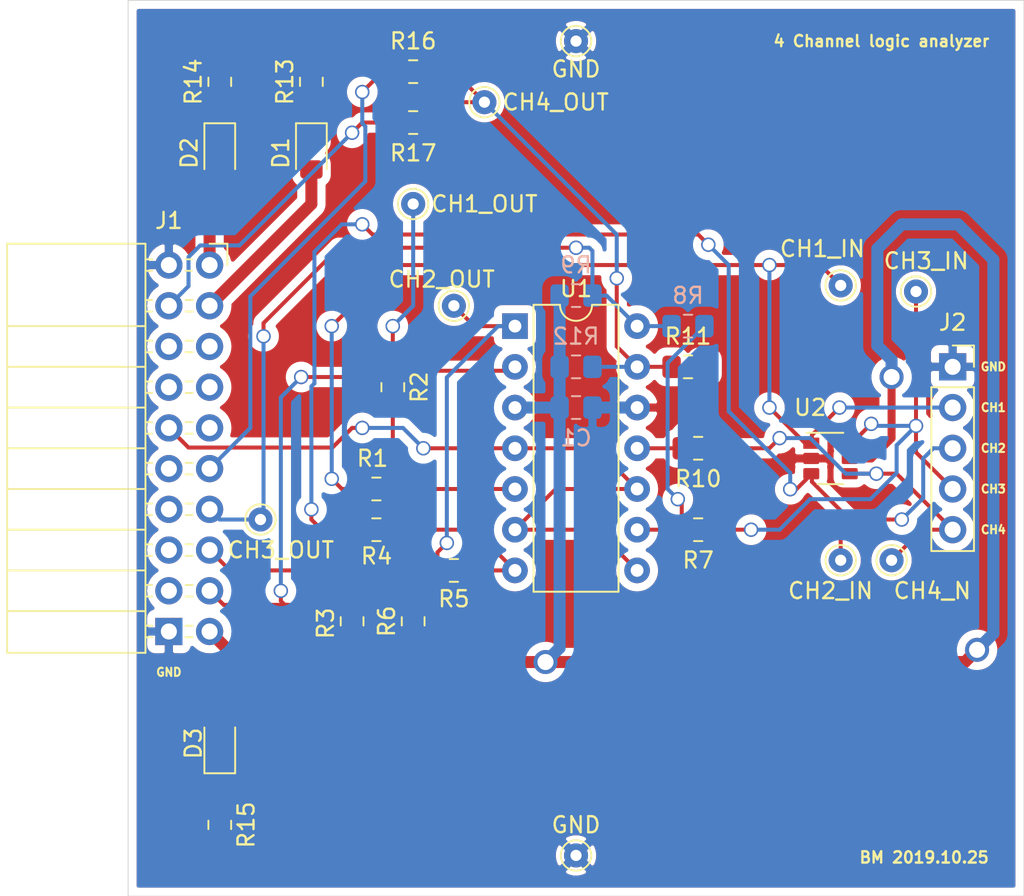
<source format=kicad_pcb>
(kicad_pcb (version 20171130) (host pcbnew "(5.1.2)-1")
  (layers (0 F.Cu signal) (31 B.Cu signal) (34 B.Paste user) (35 F.Paste user) (36 B.SilkS user) (37 F.SilkS user) (38 B.Mask user) (39 F.Mask user) (44 Edge.Cuts user))
  (net 0 "")
  (net 1 GND)
  (net 2 +5V)
  (net 3 +3V3)
  (net 4 VMCU)
  (net 5 "Net-(J1-Pad17)")
  (net 6 /Uref)
  (net 7 "Net-(J1-Pad10)")
  (net 8 /CH3_OUT)
  (net 9 /CH2_OUT)
  (net 10 /CH1_OUT)
  (net 11 /CH1_IN)
  (net 12 /CH2_IN)
  (net 13 /CH3_IN)
  (net 14 /CH4_IN)
  (net 15 /CH4_OUT)
  (net 16 /IN1+)
  (net 17 /IN2+)
  (net 18 /IN3+)
  (net 19 /IN4+)
  (net 20 "Net-(D1-Pad1)")
  (net 21 "Net-(D2-Pad1)")
  (net 22 "Net-(D3-Pad1)")
  (module temalab_comparator:TSOP-6_1.65x3.05mm_P0.95mm_NUP4301 (layer F.Cu) (at 145.415 104.775)
    (fp_text reference U2 (at -1.27 -3.175) (layer F.SilkS))
    (fp_text value NUP4301)
    (fp_line (start 0.8 -1.6) (end -1.5 -1.6) (layer F.SilkS) (width 0.12))
    (fp_line (start -0.8 1.6) (end 0.8 1.6) (layer F.SilkS) (width 0.12))
    (pad 6 smd roundrect (at 1.2 -0.95) (size 1 0.7) (layers F.Cu F.Paste F.Mask) (roundrect_rratio 0.143) (net 13 /CH3_IN))
    (pad 5 smd roundrect (at 1.2 0) (size 1 0.7) (layers F.Cu F.Paste F.Mask) (roundrect_rratio 0.143) (net 4 VMCU))
    (pad 4 smd roundrect (at 1.2 0.95) (size 1 0.7) (layers F.Cu F.Paste F.Mask) (roundrect_rratio 0.143) (net 14 /CH4_IN))
    (pad 3 smd roundrect (at -1.2 0.95) (size 1 0.7) (layers F.Cu F.Paste F.Mask) (roundrect_rratio 0.143) (net 12 /CH2_IN))
    (pad 2 smd roundrect (at -1.2 0) (size 1 0.7) (layers F.Cu F.Paste F.Mask) (roundrect_rratio 0.143) (net 1 GND))
    (pad 1 smd rect (at -1.2 -0.95) (size 1 0.7) (layers F.Cu F.Paste F.Mask) (net 11 /CH1_IN))
  )
  (module Resistor_SMD:R_0805_2012Metric_Pad1.15x1.40mm_HandSolder (layer F.Cu) (at 121.92 111.76)
    (fp_text reference R5 (at 0 1.778) (layer F.SilkS))
    (fp_text value 100k)
    (fp_line (start -0.261252 -0.71) (end 0.261252 -0.71) (layer F.SilkS) (width 0.12))
    (fp_line (start -0.261252 0.71) (end 0.261252 0.71) (layer F.SilkS) (width 0.12))
    (pad 1 smd roundrect (at -1.025 0) (size 1.15 1.4) (layers F.Cu F.Paste F.Mask) (roundrect_rratio 0.217391) (net 9 /CH2_OUT))
    (pad 2 smd roundrect (at 1.025 0) (size 1.15 1.4) (layers F.Cu F.Paste F.Mask) (roundrect_rratio 0.217391) (net 17 /IN2+))
  )
  (module LED_SMD:LED_0805_2012Metric_Pad1.15x1.40mm_HandSolder (layer F.Cu) (at 107.315 122.555 90)
    (fp_text reference D3 (at 0 -1.65 90) (layer F.SilkS))
    (fp_text value RED)
    (fp_line (start -1.86 0.96) (end 1 0.96) (layer F.SilkS) (width 0.12))
    (fp_line (start -1.86 -0.96) (end -1.86 0.96) (layer F.SilkS) (width 0.12))
    (fp_line (start 1 -0.96) (end -1.86 -0.96) (layer F.SilkS) (width 0.12))
    (pad 2 smd roundrect (at 1.025 0 90) (size 1.15 1.4) (layers F.Cu F.Paste F.Mask) (roundrect_rratio 0.217391) (net 4 VMCU))
    (pad 1 smd roundrect (at -1.025 0 90) (size 1.15 1.4) (layers F.Cu F.Paste F.Mask) (roundrect_rratio 0.217391) (net 22 "Net-(D3-Pad1)"))
  )
  (module LED_SMD:LED_0805_2012Metric_Pad1.15x1.40mm_HandSolder (layer F.Cu) (at 107.315 85.725 270)
    (fp_text reference D2 (at 0 1.905 90) (layer F.SilkS))
    (fp_text value RED)
    (fp_line (start -1.86 0.96) (end 1 0.96) (layer F.SilkS) (width 0.12))
    (fp_line (start -1.86 -0.96) (end -1.86 0.96) (layer F.SilkS) (width 0.12))
    (fp_line (start 1 -0.96) (end -1.86 -0.96) (layer F.SilkS) (width 0.12))
    (pad 2 smd roundrect (at 1.025 0 270) (size 1.15 1.4) (layers F.Cu F.Paste F.Mask) (roundrect_rratio 0.217391) (net 3 +3V3))
    (pad 1 smd roundrect (at -1.025 0 270) (size 1.15 1.4) (layers F.Cu F.Paste F.Mask) (roundrect_rratio 0.217391) (net 21 "Net-(D2-Pad1)"))
  )
  (module LED_SMD:LED_0805_2012Metric_Pad1.15x1.40mm_HandSolder (layer F.Cu) (at 113.03 85.725 270)
    (fp_text reference D1 (at 0 1.905 90) (layer F.SilkS))
    (fp_text value RED)
    (fp_line (start -1.86 0.96) (end 1 0.96) (layer F.SilkS) (width 0.12))
    (fp_line (start -1.86 -0.96) (end -1.86 0.96) (layer F.SilkS) (width 0.12))
    (fp_line (start 1 -0.96) (end -1.86 -0.96) (layer F.SilkS) (width 0.12))
    (pad 2 smd roundrect (at 1.025 0 270) (size 1.15 1.4) (layers F.Cu F.Paste F.Mask) (roundrect_rratio 0.217391) (net 2 +5V))
    (pad 1 smd roundrect (at -1.025 0 270) (size 1.15 1.4) (layers F.Cu F.Paste F.Mask) (roundrect_rratio 0.217391) (net 20 "Net-(D1-Pad1)"))
  )
  (module Connector_PinSocket_2.54mm:PinSocket_1x05_P2.54mm_Vertical (layer F.Cu) (at 153.035 99.06)
    (fp_text reference J2 (at 0 -2.77) (layer F.SilkS))
    (fp_text value Conn_01x05)
    (fp_line (start 0 -1.33) (end 1.33 -1.33) (layer F.SilkS) (width 0.12))
    (fp_line (start 1.33 -1.33) (end 1.33 0) (layer F.SilkS) (width 0.12))
    (fp_line (start 1.33 1.27) (end 1.33 11.49) (layer F.SilkS) (width 0.12))
    (fp_line (start -1.33 11.49) (end 1.33 11.49) (layer F.SilkS) (width 0.12))
    (fp_line (start -1.33 1.27) (end -1.33 11.49) (layer F.SilkS) (width 0.12))
    (fp_line (start -1.33 1.27) (end 1.33 1.27) (layer F.SilkS) (width 0.12))
    (pad 5 thru_hole oval (at 0 10.16) (size 1.7 1.7) (drill 1) (layers *.Cu *.Mask) (net 14 /CH4_IN))
    (pad 4 thru_hole oval (at 0 7.62) (size 1.7 1.7) (drill 1) (layers *.Cu *.Mask) (net 13 /CH3_IN))
    (pad 3 thru_hole oval (at 0 5.08) (size 1.7 1.7) (drill 1) (layers *.Cu *.Mask) (net 12 /CH2_IN))
    (pad 2 thru_hole oval (at 0 2.54) (size 1.7 1.7) (drill 1) (layers *.Cu *.Mask) (net 11 /CH1_IN))
    (pad 1 thru_hole rect (at 0 0) (size 1.7 1.7) (drill 1) (layers *.Cu *.Mask) (net 1 GND))
  )
  (module Capacitor_SMD:C_0805_2012Metric_Pad1.15x1.40mm_HandSolder (layer B.Cu) (at 129.54 101.6 180)
    (fp_text reference C1 (at 0 -1.905) (layer B.SilkS) (effects (justify mirror)))
    (fp_text value 0.1u)
    (fp_line (start -0.261252 0.71) (end 0.261252 0.71) (layer B.SilkS) (width 0.12))
    (fp_line (start -0.261252 -0.71) (end 0.261252 -0.71) (layer B.SilkS) (width 0.12))
    (pad 1 smd roundrect (at -1.025 0 180) (size 1.15 1.4) (layers B.Cu B.Paste B.Mask) (roundrect_rratio 0.217391) (net 1 GND))
    (pad 2 smd roundrect (at 1.025 0 180) (size 1.15 1.4) (layers B.Cu B.Paste B.Mask) (roundrect_rratio 0.217391) (net 4 VMCU))
  )
  (module temalab_comparator:PinSocket_2x10_P2.54mm_Horizontal_STK3700 (layer F.Cu) (at 106.68 92.71)
    (fp_text reference J1 (at -2.54 -2.77) (layer F.SilkS))
    (fp_text value STK3700_connector)
    (fp_line (start -4 -0.36) (end -3.59 -0.36) (layer F.SilkS) (width 0.12))
    (fp_line (start -1.49 -0.36) (end -1.11 -0.36) (layer F.SilkS) (width 0.12))
    (fp_line (start -4 0.36) (end -3.59 0.36) (layer F.SilkS) (width 0.12))
    (fp_line (start -1.49 0.36) (end -1.11 0.36) (layer F.SilkS) (width 0.12))
    (fp_line (start -4 2.18) (end -3.59 2.18) (layer F.SilkS) (width 0.12))
    (fp_line (start -1.49 2.18) (end -1.05 2.18) (layer F.SilkS) (width 0.12))
    (fp_line (start -4 2.9) (end -3.59 2.9) (layer F.SilkS) (width 0.12))
    (fp_line (start -1.49 2.9) (end -1.05 2.9) (layer F.SilkS) (width 0.12))
    (fp_line (start -4 4.72) (end -3.59 4.72) (layer F.SilkS) (width 0.12))
    (fp_line (start -1.49 4.72) (end -1.05 4.72) (layer F.SilkS) (width 0.12))
    (fp_line (start -4 5.44) (end -3.59 5.44) (layer F.SilkS) (width 0.12))
    (fp_line (start -1.49 5.44) (end -1.05 5.44) (layer F.SilkS) (width 0.12))
    (fp_line (start -4 7.26) (end -3.59 7.26) (layer F.SilkS) (width 0.12))
    (fp_line (start -1.49 7.26) (end -1.05 7.26) (layer F.SilkS) (width 0.12))
    (fp_line (start -4 7.98) (end -3.59 7.98) (layer F.SilkS) (width 0.12))
    (fp_line (start -1.49 7.98) (end -1.05 7.98) (layer F.SilkS) (width 0.12))
    (fp_line (start -4 9.8) (end -3.59 9.8) (layer F.SilkS) (width 0.12))
    (fp_line (start -1.49 9.8) (end -1.05 9.8) (layer F.SilkS) (width 0.12))
    (fp_line (start -4 10.52) (end -3.59 10.52) (layer F.SilkS) (width 0.12))
    (fp_line (start -1.49 10.52) (end -1.05 10.52) (layer F.SilkS) (width 0.12))
    (fp_line (start -4 12.34) (end -3.59 12.34) (layer F.SilkS) (width 0.12))
    (fp_line (start -1.49 12.34) (end -1.05 12.34) (layer F.SilkS) (width 0.12))
    (fp_line (start -4 13.06) (end -3.59 13.06) (layer F.SilkS) (width 0.12))
    (fp_line (start -1.49 13.06) (end -1.05 13.06) (layer F.SilkS) (width 0.12))
    (fp_line (start -4 14.88) (end -3.59 14.88) (layer F.SilkS) (width 0.12))
    (fp_line (start -1.49 14.88) (end -1.05 14.88) (layer F.SilkS) (width 0.12))
    (fp_line (start -4 15.6) (end -3.59 15.6) (layer F.SilkS) (width 0.12))
    (fp_line (start -1.49 15.6) (end -1.05 15.6) (layer F.SilkS) (width 0.12))
    (fp_line (start -4 17.42) (end -3.59 17.42) (layer F.SilkS) (width 0.12))
    (fp_line (start -1.49 17.42) (end -1.05 17.42) (layer F.SilkS) (width 0.12))
    (fp_line (start -4 18.14) (end -3.59 18.14) (layer F.SilkS) (width 0.12))
    (fp_line (start -1.49 18.14) (end -1.05 18.14) (layer F.SilkS) (width 0.12))
    (fp_line (start -4 19.96) (end -3.59 19.96) (layer F.SilkS) (width 0.12))
    (fp_line (start -1.49 19.96) (end -1.05 19.96) (layer F.SilkS) (width 0.12))
    (fp_line (start -4 20.68) (end -3.59 20.68) (layer F.SilkS) (width 0.12))
    (fp_line (start -1.49 20.68) (end -1.05 20.68) (layer F.SilkS) (width 0.12))
    (fp_line (start -4 22.5) (end -3.59 22.5) (layer F.SilkS) (width 0.12))
    (fp_line (start -1.49 22.5) (end -1.05 22.5) (layer F.SilkS) (width 0.12))
    (fp_line (start -4 23.22) (end -3.59 23.22) (layer F.SilkS) (width 0.12))
    (fp_line (start -1.49 23.22) (end -1.05 23.22) (layer F.SilkS) (width 0.12))
    (fp_line (start -12.63 3.81) (end -4 3.81) (layer F.SilkS) (width 0.12))
    (fp_line (start -12.63 6.35) (end -4 6.35) (layer F.SilkS) (width 0.12))
    (fp_line (start -12.63 8.89) (end -4 8.89) (layer F.SilkS) (width 0.12))
    (fp_line (start -12.63 11.43) (end -4 11.43) (layer F.SilkS) (width 0.12))
    (fp_line (start -12.63 13.97) (end -4 13.97) (layer F.SilkS) (width 0.12))
    (fp_line (start -12.63 16.51) (end -4 16.51) (layer F.SilkS) (width 0.12))
    (fp_line (start -12.63 19.05) (end -4 19.05) (layer F.SilkS) (width 0.12))
    (fp_line (start -12.63 21.59) (end -4 21.59) (layer F.SilkS) (width 0.12))
    (fp_line (start -12.63 -1.33) (end -4 -1.33) (layer F.SilkS) (width 0.12))
    (fp_line (start -4 -1.33) (end -4 24.19) (layer F.SilkS) (width 0.12))
    (fp_line (start -12.63 24.19) (end -4 24.19) (layer F.SilkS) (width 0.12))
    (fp_line (start -12.63 -1.33) (end -12.63 24.19) (layer F.SilkS) (width 0.12))
    (fp_line (start 1.11 -1.33) (end 1.11 0) (layer F.SilkS) (width 0.12))
    (fp_line (start 0 -1.33) (end 1.11 -1.33) (layer F.SilkS) (width 0.12))
    (pad 20 thru_hole oval (at 0 0) (size 1.7 1.7) (drill 1) (layers *.Cu *.Mask) (net 3 +3V3))
    (pad 19 thru_hole oval (at -2.54 0) (size 1.7 1.7) (drill 1) (layers *.Cu *.Mask) (net 1 GND))
    (pad 18 thru_hole oval (at 0 2.54) (size 1.7 1.7) (drill 1) (layers *.Cu *.Mask) (net 2 +5V))
    (pad 17 thru_hole oval (at -2.54 2.54) (size 1.7 1.7) (drill 1) (layers *.Cu *.Mask) (net 5 "Net-(J1-Pad17)"))
    (pad 16 thru_hole oval (at 0 5.08) (size 1.7 1.7) (drill 1) (layers *.Cu *.Mask))
    (pad 15 thru_hole oval (at -2.54 5.08) (size 1.7 1.7) (drill 1) (layers *.Cu *.Mask))
    (pad 14 thru_hole oval (at 0 7.62) (size 1.7 1.7) (drill 1) (layers *.Cu *.Mask))
    (pad 13 thru_hole oval (at -2.54 7.62) (size 1.7 1.7) (drill 1) (layers *.Cu *.Mask))
    (pad 12 thru_hole oval (at 0 10.16) (size 1.7 1.7) (drill 1) (layers *.Cu *.Mask))
    (pad 11 thru_hole oval (at -2.54 10.16) (size 1.7 1.7) (drill 1) (layers *.Cu *.Mask) (net 6 /Uref))
    (pad 10 thru_hole oval (at 0 12.7) (size 1.7 1.7) (drill 1) (layers *.Cu *.Mask) (net 7 "Net-(J1-Pad10)"))
    (pad 9 thru_hole oval (at -2.54 12.7) (size 1.7 1.7) (drill 1) (layers *.Cu *.Mask))
    (pad 8 thru_hole oval (at 0 15.24) (size 1.7 1.7) (drill 1) (layers *.Cu *.Mask) (net 8 /CH3_OUT))
    (pad 7 thru_hole oval (at -2.54 15.24) (size 1.7 1.7) (drill 1) (layers *.Cu *.Mask))
    (pad 6 thru_hole oval (at 0 17.78) (size 1.7 1.7) (drill 1) (layers *.Cu *.Mask) (net 9 /CH2_OUT))
    (pad 5 thru_hole oval (at -2.54 17.78) (size 1.7 1.7) (drill 1) (layers *.Cu *.Mask))
    (pad 4 thru_hole oval (at 0 20.32) (size 1.7 1.7) (drill 1) (layers *.Cu *.Mask) (net 10 /CH1_OUT))
    (pad 3 thru_hole oval (at -2.54 20.32) (size 1.7 1.7) (drill 1) (layers *.Cu *.Mask))
    (pad 2 thru_hole oval (at 0 22.86) (size 1.7 1.7) (drill 1) (layers *.Cu *.Mask) (net 4 VMCU))
    (pad 1 thru_hole rect (at -2.54 22.86) (size 1.7 1.7) (drill 1) (layers *.Cu *.Mask) (net 1 GND))
  )
  (module Resistor_SMD:R_0805_2012Metric_Pad1.15x1.40mm_HandSolder (layer F.Cu) (at 117.085 106.68 180)
    (fp_text reference R1 (at 0.245 1.905) (layer F.SilkS))
    (fp_text value 10k)
    (fp_line (start -0.261252 0.71) (end 0.261252 0.71) (layer F.SilkS) (width 0.12))
    (fp_line (start -0.261252 -0.71) (end 0.261252 -0.71) (layer F.SilkS) (width 0.12))
    (pad 2 smd roundrect (at 1.025 0 180) (size 1.15 1.4) (layers F.Cu F.Paste F.Mask) (roundrect_rratio 0.217391) (net 11 /CH1_IN))
    (pad 1 smd roundrect (at -1.025 0 180) (size 1.15 1.4) (layers F.Cu F.Paste F.Mask) (roundrect_rratio 0.217391) (net 16 /IN1+))
  )
  (module Resistor_SMD:R_0805_2012Metric_Pad1.15x1.40mm_HandSolder (layer F.Cu) (at 118.11 100.33 270)
    (fp_text reference R2 (at 0 -1.65 90) (layer F.SilkS))
    (fp_text value 100k)
    (fp_line (start -0.261252 -0.71) (end 0.261252 -0.71) (layer F.SilkS) (width 0.12))
    (fp_line (start -0.261252 0.71) (end 0.261252 0.71) (layer F.SilkS) (width 0.12))
    (pad 1 smd roundrect (at -1.025 0 270) (size 1.15 1.4) (layers F.Cu F.Paste F.Mask) (roundrect_rratio 0.217391) (net 10 /CH1_OUT))
    (pad 2 smd roundrect (at 1.025 0 270) (size 1.15 1.4) (layers F.Cu F.Paste F.Mask) (roundrect_rratio 0.217391) (net 16 /IN1+))
  )
  (module Resistor_SMD:R_0805_2012Metric_Pad1.15x1.40mm_HandSolder (layer F.Cu) (at 115.57 114.935 90)
    (fp_text reference R3 (at -0.127 -1.65 90) (layer F.SilkS))
    (fp_text value 3k3)
    (fp_line (start -0.261252 -0.71) (end 0.261252 -0.71) (layer F.SilkS) (width 0.12))
    (fp_line (start -0.261252 0.71) (end 0.261252 0.71) (layer F.SilkS) (width 0.12))
    (pad 1 smd roundrect (at -1.025 0 90) (size 1.15 1.4) (layers F.Cu F.Paste F.Mask) (roundrect_rratio 0.217391) (net 4 VMCU))
    (pad 2 smd roundrect (at 1.025 0 90) (size 1.15 1.4) (layers F.Cu F.Paste F.Mask) (roundrect_rratio 0.217391) (net 10 /CH1_OUT))
  )
  (module Resistor_SMD:R_0805_2012Metric_Pad1.15x1.40mm_HandSolder (layer F.Cu) (at 117.085 109.22 180)
    (fp_text reference R4 (at -0.009 -1.651) (layer F.SilkS))
    (fp_text value 10k)
    (fp_line (start -0.261252 0.71) (end 0.261252 0.71) (layer F.SilkS) (width 0.12))
    (fp_line (start -0.261252 -0.71) (end 0.261252 -0.71) (layer F.SilkS) (width 0.12))
    (pad 2 smd roundrect (at 1.025 0 180) (size 1.15 1.4) (layers F.Cu F.Paste F.Mask) (roundrect_rratio 0.217391) (net 12 /CH2_IN))
    (pad 1 smd roundrect (at -1.025 0 180) (size 1.15 1.4) (layers F.Cu F.Paste F.Mask) (roundrect_rratio 0.217391) (net 17 /IN2+))
  )
  (module Resistor_SMD:R_0805_2012Metric_Pad1.15x1.40mm_HandSolder (layer F.Cu) (at 119.38 114.935 90)
    (fp_text reference R6 (at 0 -1.65 90) (layer F.SilkS))
    (fp_text value 3k3)
    (fp_line (start -0.261252 0.71) (end 0.261252 0.71) (layer F.SilkS) (width 0.12))
    (fp_line (start -0.261252 -0.71) (end 0.261252 -0.71) (layer F.SilkS) (width 0.12))
    (pad 2 smd roundrect (at 1.025 0 90) (size 1.15 1.4) (layers F.Cu F.Paste F.Mask) (roundrect_rratio 0.217391) (net 9 /CH2_OUT))
    (pad 1 smd roundrect (at -1.025 0 90) (size 1.15 1.4) (layers F.Cu F.Paste F.Mask) (roundrect_rratio 0.217391) (net 4 VMCU))
  )
  (module Resistor_SMD:R_0805_2012Metric_Pad1.15x1.40mm_HandSolder (layer F.Cu) (at 137.16 109.22)
    (fp_text reference R7 (at 0 1.905) (layer F.SilkS))
    (fp_text value 10k)
    (fp_line (start -0.261252 -0.71) (end 0.261252 -0.71) (layer F.SilkS) (width 0.12))
    (fp_line (start -0.261252 0.71) (end 0.261252 0.71) (layer F.SilkS) (width 0.12))
    (pad 1 smd roundrect (at -1.025 0) (size 1.15 1.4) (layers F.Cu F.Paste F.Mask) (roundrect_rratio 0.217391) (net 18 /IN3+))
    (pad 2 smd roundrect (at 1.025 0) (size 1.15 1.4) (layers F.Cu F.Paste F.Mask) (roundrect_rratio 0.217391) (net 13 /CH3_IN))
  )
  (module Resistor_SMD:R_0805_2012Metric_Pad1.15x1.40mm_HandSolder (layer B.Cu) (at 136.525 96.52)
    (fp_text reference R8 (at 0 -1.905) (layer B.SilkS) (effects (justify mirror)))
    (fp_text value 100k)
    (fp_line (start -0.261252 -0.71) (end 0.261252 -0.71) (layer B.SilkS) (width 0.12))
    (fp_line (start -0.261252 0.71) (end 0.261252 0.71) (layer B.SilkS) (width 0.12))
    (pad 2 smd roundrect (at 1.025 0) (size 1.15 1.4) (layers B.Cu B.Paste B.Mask) (roundrect_rratio 0.217391) (net 18 /IN3+))
    (pad 1 smd roundrect (at -1.025 0) (size 1.15 1.4) (layers B.Cu B.Paste B.Mask) (roundrect_rratio 0.217391) (net 8 /CH3_OUT))
  )
  (module Resistor_SMD:R_0805_2012Metric_Pad1.15x1.40mm_HandSolder (layer B.Cu) (at 129.54 94.615)
    (fp_text reference R9 (at 0 -1.905 180) (layer B.SilkS) (effects (justify mirror)))
    (fp_text value 3k3)
    (fp_line (start -0.261252 0.71) (end 0.261252 0.71) (layer B.SilkS) (width 0.12))
    (fp_line (start -0.261252 -0.71) (end 0.261252 -0.71) (layer B.SilkS) (width 0.12))
    (pad 1 smd roundrect (at -1.025 0) (size 1.15 1.4) (layers B.Cu B.Paste B.Mask) (roundrect_rratio 0.217391) (net 4 VMCU))
    (pad 2 smd roundrect (at 1.025 0) (size 1.15 1.4) (layers B.Cu B.Paste B.Mask) (roundrect_rratio 0.217391) (net 8 /CH3_OUT))
  )
  (module Resistor_SMD:R_0805_2012Metric_Pad1.15x1.40mm_HandSolder (layer F.Cu) (at 137.16 104.14)
    (fp_text reference R10 (at 0 1.905) (layer F.SilkS))
    (fp_text value 10k)
    (fp_line (start -0.261252 0.71) (end 0.261252 0.71) (layer F.SilkS) (width 0.12))
    (fp_line (start -0.261252 -0.71) (end 0.261252 -0.71) (layer F.SilkS) (width 0.12))
    (pad 2 smd roundrect (at 1.025 0) (size 1.15 1.4) (layers F.Cu F.Paste F.Mask) (roundrect_rratio 0.217391) (net 14 /CH4_IN))
    (pad 1 smd roundrect (at -1.025 0) (size 1.15 1.4) (layers F.Cu F.Paste F.Mask) (roundrect_rratio 0.217391) (net 19 /IN4+))
  )
  (module Resistor_SMD:R_0805_2012Metric_Pad1.15x1.40mm_HandSolder (layer F.Cu) (at 136.525 99.06)
    (fp_text reference R11 (at 0 -1.905) (layer F.SilkS))
    (fp_text value 100k)
    (fp_line (start -0.261252 -0.71) (end 0.261252 -0.71) (layer F.SilkS) (width 0.12))
    (fp_line (start -0.261252 0.71) (end 0.261252 0.71) (layer F.SilkS) (width 0.12))
    (pad 1 smd roundrect (at -1.025 0) (size 1.15 1.4) (layers F.Cu F.Paste F.Mask) (roundrect_rratio 0.217391) (net 15 /CH4_OUT))
    (pad 2 smd roundrect (at 1.025 0) (size 1.15 1.4) (layers F.Cu F.Paste F.Mask) (roundrect_rratio 0.217391) (net 19 /IN4+))
  )
  (module Resistor_SMD:R_0805_2012Metric_Pad1.15x1.40mm_HandSolder (layer B.Cu) (at 129.54 99.06)
    (fp_text reference R12 (at 0 -1.905) (layer B.SilkS) (effects (justify mirror)))
    (fp_text value 3k3)
    (fp_line (start -0.261252 0.71) (end 0.261252 0.71) (layer B.SilkS) (width 0.12))
    (fp_line (start -0.261252 -0.71) (end 0.261252 -0.71) (layer B.SilkS) (width 0.12))
    (pad 1 smd roundrect (at -1.025 0) (size 1.15 1.4) (layers B.Cu B.Paste B.Mask) (roundrect_rratio 0.217391) (net 4 VMCU))
    (pad 2 smd roundrect (at 1.025 0) (size 1.15 1.4) (layers B.Cu B.Paste B.Mask) (roundrect_rratio 0.217391) (net 15 /CH4_OUT))
  )
  (module Resistor_SMD:R_0805_2012Metric_Pad1.15x1.40mm_HandSolder (layer F.Cu) (at 113.03 81.28 90)
    (fp_text reference R13 (at 0 -1.65 90) (layer F.SilkS))
    (fp_text value 1k5)
    (fp_line (start -0.261252 0.71) (end 0.261252 0.71) (layer F.SilkS) (width 0.12))
    (fp_line (start -0.261252 -0.71) (end 0.261252 -0.71) (layer F.SilkS) (width 0.12))
    (pad 2 smd roundrect (at 1.025 0 90) (size 1.15 1.4) (layers F.Cu F.Paste F.Mask) (roundrect_rratio 0.217391) (net 1 GND))
    (pad 1 smd roundrect (at -1.025 0 90) (size 1.15 1.4) (layers F.Cu F.Paste F.Mask) (roundrect_rratio 0.217391) (net 20 "Net-(D1-Pad1)"))
  )
  (module Resistor_SMD:R_0805_2012Metric_Pad1.15x1.40mm_HandSolder (layer F.Cu) (at 107.315 81.28 90)
    (fp_text reference R14 (at 0 -1.65 90) (layer F.SilkS))
    (fp_text value 680)
    (fp_line (start -0.261252 -0.71) (end 0.261252 -0.71) (layer F.SilkS) (width 0.12))
    (fp_line (start -0.261252 0.71) (end 0.261252 0.71) (layer F.SilkS) (width 0.12))
    (pad 1 smd roundrect (at -1.025 0 90) (size 1.15 1.4) (layers F.Cu F.Paste F.Mask) (roundrect_rratio 0.217391) (net 21 "Net-(D2-Pad1)"))
    (pad 2 smd roundrect (at 1.025 0 90) (size 1.15 1.4) (layers F.Cu F.Paste F.Mask) (roundrect_rratio 0.217391) (net 1 GND))
  )
  (module Resistor_SMD:R_0805_2012Metric_Pad1.15x1.40mm_HandSolder (layer F.Cu) (at 107.315 127.635 270)
    (fp_text reference R15 (at 0 -1.65 90) (layer F.SilkS))
    (fp_text value 680)
    (fp_line (start -0.261252 0.71) (end 0.261252 0.71) (layer F.SilkS) (width 0.12))
    (fp_line (start -0.261252 -0.71) (end 0.261252 -0.71) (layer F.SilkS) (width 0.12))
    (pad 2 smd roundrect (at 1.025 0 270) (size 1.15 1.4) (layers F.Cu F.Paste F.Mask) (roundrect_rratio 0.217391) (net 1 GND))
    (pad 1 smd roundrect (at -1.025 0 270) (size 1.15 1.4) (layers F.Cu F.Paste F.Mask) (roundrect_rratio 0.217391) (net 22 "Net-(D3-Pad1)"))
  )
  (module Resistor_SMD:R_0805_2012Metric_Pad1.15x1.40mm_HandSolder (layer F.Cu) (at 119.38 83.82)
    (fp_text reference R16 (at 0 -5.08) (layer F.SilkS))
    (fp_text value 0)
    (fp_line (start -0.261252 -0.71) (end 0.261252 -0.71) (layer F.SilkS) (width 0.12))
    (fp_line (start -0.261252 0.71) (end 0.261252 0.71) (layer F.SilkS) (width 0.12))
    (pad 1 smd roundrect (at -1.025 0) (size 1.15 1.4) (layers F.Cu F.Paste F.Mask) (roundrect_rratio 0.217391) (net 5 "Net-(J1-Pad17)"))
    (pad 2 smd roundrect (at 1.025 0) (size 1.15 1.4) (layers F.Cu F.Paste F.Mask) (roundrect_rratio 0.217391) (net 15 /CH4_OUT))
  )
  (module Resistor_SMD:R_0805_2012Metric_Pad1.15x1.40mm_HandSolder (layer F.Cu) (at 119.38 80.645 180)
    (fp_text reference R17 (at 0 -5.08) (layer F.SilkS))
    (fp_text value 0)
    (fp_line (start -0.261252 0.71) (end 0.261252 0.71) (layer F.SilkS) (width 0.12))
    (fp_line (start -0.261252 -0.71) (end 0.261252 -0.71) (layer F.SilkS) (width 0.12))
    (pad 2 smd roundrect (at 1.025 0 180) (size 1.15 1.4) (layers F.Cu F.Paste F.Mask) (roundrect_rratio 0.217391) (net 7 "Net-(J1-Pad10)"))
    (pad 1 smd roundrect (at -1.025 0 180) (size 1.15 1.4) (layers F.Cu F.Paste F.Mask) (roundrect_rratio 0.217391) (net 15 /CH4_OUT))
  )
  (module temalab_comparator:DIP-14_W7.62mm_LM339n (layer F.Cu) (at 125.73 96.52)
    (fp_text reference U1 (at 3.81 -2.33) (layer F.SilkS))
    (fp_text value LM339)
    (fp_arc (start 3.81 -1.33) (end 2.81 -1.33) (angle -180) (layer F.SilkS) (width 0.12))
    (fp_line (start 2.81 -1.33) (end 1.16 -1.33) (layer F.SilkS) (width 0.12))
    (fp_line (start 1.16 -1.33) (end 1.16 16.57) (layer F.SilkS) (width 0.12))
    (fp_line (start 1.16 16.57) (end 6.46 16.57) (layer F.SilkS) (width 0.12))
    (fp_line (start 6.46 16.57) (end 6.46 -1.33) (layer F.SilkS) (width 0.12))
    (fp_line (start 6.46 -1.33) (end 4.81 -1.33) (layer F.SilkS) (width 0.12))
    (pad 1 thru_hole rect (at 0 0) (size 1.6 1.6) (drill 0.8) (layers *.Cu *.Mask) (net 9 /CH2_OUT))
    (pad 8 thru_hole oval (at 7.62 15.24) (size 1.6 1.6) (drill 0.8) (layers *.Cu *.Mask) (net 6 /Uref))
    (pad 2 thru_hole oval (at 0 2.54) (size 1.6 1.6) (drill 0.8) (layers *.Cu *.Mask) (net 10 /CH1_OUT))
    (pad 9 thru_hole oval (at 7.62 12.7) (size 1.6 1.6) (drill 0.8) (layers *.Cu *.Mask) (net 18 /IN3+))
    (pad 3 thru_hole oval (at 0 5.08) (size 1.6 1.6) (drill 0.8) (layers *.Cu *.Mask) (net 4 VMCU))
    (pad 10 thru_hole oval (at 7.62 10.16) (size 1.6 1.6) (drill 0.8) (layers *.Cu *.Mask) (net 6 /Uref))
    (pad 4 thru_hole oval (at 0 7.62) (size 1.6 1.6) (drill 0.8) (layers *.Cu *.Mask) (net 6 /Uref))
    (pad 11 thru_hole oval (at 7.62 7.62) (size 1.6 1.6) (drill 0.8) (layers *.Cu *.Mask) (net 19 /IN4+))
    (pad 5 thru_hole oval (at 0 10.16) (size 1.6 1.6) (drill 0.8) (layers *.Cu *.Mask) (net 16 /IN1+))
    (pad 12 thru_hole oval (at 7.62 5.08) (size 1.6 1.6) (drill 0.8) (layers *.Cu *.Mask) (net 1 GND))
    (pad 6 thru_hole oval (at 0 12.7) (size 1.6 1.6) (drill 0.8) (layers *.Cu *.Mask) (net 6 /Uref))
    (pad 13 thru_hole oval (at 7.62 2.54) (size 1.6 1.6) (drill 0.8) (layers *.Cu *.Mask) (net 15 /CH4_OUT))
    (pad 7 thru_hole oval (at 0 15.24) (size 1.6 1.6) (drill 0.8) (layers *.Cu *.Mask) (net 17 /IN2+))
    (pad 14 thru_hole oval (at 7.62 0) (size 1.6 1.6) (drill 0.8) (layers *.Cu *.Mask) (net 8 /CH3_OUT))
  )
  (module temalab_comparator:TestPoint_THTPad_D1.5mm_Drill0.7mm_Value_on_Silk_Screen (layer F.Cu) (at 129.54 129.54)
    (fp_text reference TP1)
    (fp_text value GND (at 0 -1.905) (layer F.SilkS))
    (fp_circle (center 0 0) (end 0 0.95) (layer F.SilkS) (width 0.12))
    (pad 1 thru_hole circle (at 0 0) (size 1.5 1.5) (drill 0.7) (layers *.Cu *.Mask) (net 1 GND))
  )
  (module temalab_comparator:TestPoint_THTPad_D1.5mm_Drill0.7mm_Value_on_Silk_Screen (layer F.Cu) (at 146.05 93.98)
    (fp_text reference TP2)
    (fp_text value CH1_IN (at -1.143 -2.286) (layer F.SilkS))
    (fp_circle (center 0 0) (end 0 0.95) (layer F.SilkS) (width 0.12))
    (pad 1 thru_hole circle (at 0 0) (size 1.5 1.5) (drill 0.7) (layers *.Cu *.Mask) (net 11 /CH1_IN))
  )
  (module temalab_comparator:TestPoint_THTPad_D1.5mm_Drill0.7mm_Value_on_Silk_Screen (layer F.Cu) (at 119.38 88.9)
    (fp_text reference TP3)
    (fp_text value CH1_OUT (at 4.445 0) (layer F.SilkS))
    (fp_circle (center 0 0) (end 0 0.95) (layer F.SilkS) (width 0.12))
    (pad 1 thru_hole circle (at 0 0) (size 1.5 1.5) (drill 0.7) (layers *.Cu *.Mask) (net 10 /CH1_OUT))
  )
  (module temalab_comparator:TestPoint_THTPad_D1.5mm_Drill0.7mm_Value_on_Silk_Screen (layer F.Cu) (at 129.54 78.74)
    (fp_text reference TP4)
    (fp_text value GND (at 0 1.75) (layer F.SilkS))
    (fp_circle (center 0 0) (end 0 0.95) (layer F.SilkS) (width 0.12))
    (pad 1 thru_hole circle (at 0 0) (size 1.5 1.5) (drill 0.7) (layers *.Cu *.Mask) (net 1 GND))
  )
  (module temalab_comparator:TestPoint_THTPad_D1.5mm_Drill0.7mm_Value_on_Silk_Screen (layer F.Cu) (at 146.05 111.125)
    (fp_text reference TP5)
    (fp_text value CH2_IN (at -0.635 1.905) (layer F.SilkS))
    (fp_circle (center 0 0) (end 0 0.95) (layer F.SilkS) (width 0.12))
    (pad 1 thru_hole circle (at 0 0) (size 1.5 1.5) (drill 0.7) (layers *.Cu *.Mask) (net 12 /CH2_IN))
  )
  (module temalab_comparator:TestPoint_THTPad_D1.5mm_Drill0.7mm_Value_on_Silk_Screen (layer F.Cu) (at 121.92 95.25)
    (fp_text reference TP6)
    (fp_text value CH2_OUT (at -0.762 -1.651) (layer F.SilkS))
    (fp_circle (center 0 0) (end 0 0.95) (layer F.SilkS) (width 0.12))
    (pad 1 thru_hole circle (at 0 0) (size 1.5 1.5) (drill 0.7) (layers *.Cu *.Mask) (net 9 /CH2_OUT))
  )
  (module temalab_comparator:TestPoint_THTPad_D1.5mm_Drill0.7mm_Value_on_Silk_Screen (layer F.Cu) (at 150.749 94.361)
    (fp_text reference TP7)
    (fp_text value CH3_IN (at 0.635 -1.905) (layer F.SilkS))
    (fp_circle (center 0 0) (end 0 0.95) (layer F.SilkS) (width 0.12))
    (pad 1 thru_hole circle (at 0 0) (size 1.5 1.5) (drill 0.7) (layers *.Cu *.Mask) (net 13 /CH3_IN))
  )
  (module temalab_comparator:TestPoint_THTPad_D1.5mm_Drill0.7mm_Value_on_Silk_Screen (layer F.Cu) (at 109.855 108.585)
    (fp_text reference TP8)
    (fp_text value CH3_OUT (at 1.27 1.905) (layer F.SilkS))
    (fp_circle (center 0 0) (end 0 0.95) (layer F.SilkS) (width 0.12))
    (pad 1 thru_hole circle (at 0 0) (size 1.5 1.5) (drill 0.7) (layers *.Cu *.Mask) (net 8 /CH3_OUT))
  )
  (module temalab_comparator:TestPoint_THTPad_D1.5mm_Drill0.7mm_Value_on_Silk_Screen (layer F.Cu) (at 149.225 111.125)
    (fp_text reference TP9)
    (fp_text value CH4_N (at 2.54 1.905) (layer F.SilkS))
    (fp_circle (center 0 0) (end 0 0.95) (layer F.SilkS) (width 0.12))
    (pad 1 thru_hole circle (at 0 0) (size 1.5 1.5) (drill 0.7) (layers *.Cu *.Mask) (net 14 /CH4_IN))
  )
  (module temalab_comparator:TestPoint_THTPad_D1.5mm_Drill0.7mm_Value_on_Silk_Screen (layer F.Cu) (at 123.825 82.55)
    (fp_text reference TP10)
    (fp_text value CH4_OUT (at 4.445 0) (layer F.SilkS))
    (fp_circle (center 0 0) (end 0 0.95) (layer F.SilkS) (width 0.12))
    (pad 1 thru_hole circle (at 0 0) (size 1.5 1.5) (drill 0.7) (layers *.Cu *.Mask) (net 15 /CH4_OUT))
  )
  (gr_text "BM 2019.10.25" (at 151.257 129.667) (layer F.SilkS) (effects (font (size 0.7 0.7))))
  (gr_text "4 Channel logic analyzer" (at 148.59 78.74) (layer F.SilkS) (effects (font (size 0.7 0.7))))
  (gr_text GND (at 104.14 118.11) (layer F.SilkS) (effects (font (size 0.508 0.508) (thickness 0.127))))
  (gr_text GND (at 155.575 99.06) (layer F.SilkS) (effects (font (size 0.508 0.508) (thickness 0.127))))
  (gr_text CH4 (at 155.575 109.22) (layer F.SilkS) (effects (font (size 0.508 0.508) (thickness 0.127))))
  (gr_text CH3 (at 155.575 106.68) (layer F.SilkS) (effects (font (size 0.508 0.508) (thickness 0.127))))
  (gr_text CH2 (at 155.575 104.14) (layer F.SilkS) (effects (font (size 0.508 0.508) (thickness 0.127))))
  (gr_text CH1 (at 155.575 101.6) (layer F.SilkS) (effects (font (size 0.508 0.508) (thickness 0.127))))
  (gr_line (start 101.6 132.08) (end 101.6 76.2) (layer Edge.Cuts) (width 0.05))
  (gr_line (start 157.48 132.08) (end 101.6 132.08) (layer Edge.Cuts) (width 0.05))
  (gr_line (start 157.48 76.2) (end 157.48 132.08) (layer Edge.Cuts) (width 0.05))
  (gr_line (start 101.6 76.2) (end 157.48 76.2) (layer Edge.Cuts) (width 0.05))
  (segment (start 130.565 101.6) (end 133.35 101.6) (width 0.75) (layer B.Cu) (net 1))
  (segment (start 144.215 104.775) (end 142.875 104.775) (width 0.5) (layer F.Cu) (net 1))
  (segment (start 144.215 104.775) (end 144.653 104.775) (width 0.5) (layer F.Cu) (net 1))
  (segment (start 144.653 104.775) (end 145.034 104.775) (width 0.5) (layer F.Cu) (net 1))
  (segment (start 106.68 95.25) (end 113.03 88.9) (width 0.75) (layer F.Cu) (net 2))
  (segment (start 113.03 87.63) (end 113.03 88.9) (width 0.75) (layer F.Cu) (net 2))
  (segment (start 113.03 87.63) (end 113.03 86.75) (width 0.75) (layer F.Cu) (net 2))
  (segment (start 106.68 87.385) (end 107.315 86.75) (width 0.75) (layer F.Cu) (net 3))
  (segment (start 106.68 92.71) (end 106.68 87.385) (width 0.75) (layer F.Cu) (net 3))
  (segment (start 106.68 115.57) (end 108.585 117.475) (width 0.75) (layer F.Cu) (net 4))
  (segment (start 118.11 117.23) (end 119.38 115.96) (width 0.75) (layer F.Cu) (net 4))
  (segment (start 118.11 117.475) (end 118.11 117.23) (width 0.75) (layer F.Cu) (net 4))
  (segment (start 114.055 117.475) (end 115.57 115.96) (width 0.75) (layer F.Cu) (net 4))
  (segment (start 113.665 117.475) (end 114.055 117.475) (width 0.75) (layer F.Cu) (net 4))
  (segment (start 113.665 117.475) (end 118.11 117.475) (width 0.75) (layer F.Cu) (net 4))
  (segment (start 108.585 117.475) (end 113.665 117.475) (width 0.75) (layer F.Cu) (net 4))
  (segment (start 118.11 117.475) (end 122.555 117.475) (width 0.75) (layer F.Cu) (net 4))
  (segment (start 107.315 118.745) (end 108.585 117.475) (width 0.75) (layer F.Cu) (net 4))
  (segment (start 107.315 121.53) (end 107.315 118.745) (width 0.75) (layer F.Cu) (net 4))
  (segment (start 128.515 94.615) (end 128.515 99.06) (width 0.75) (layer B.Cu) (net 4))
  (segment (start 128.515 99.06) (end 128.515 101.6) (width 0.75) (layer B.Cu) (net 4))
  (via (at 127.635 117.475) (size 1.5) (drill 1) (layers F.Cu B.Cu) (net 4))
  (segment (start 127.635 117.475) (end 137.795 117.475) (width 0.75) (layer F.Cu) (net 4))
  (segment (start 122.555 117.475) (end 127.635 117.475) (width 0.75) (layer F.Cu) (net 4))
  (segment (start 128.515 116.595) (end 127.635 117.475) (width 0.75) (layer B.Cu) (net 4))
  (segment (start 128.515 101.6) (end 128.515 116.595) (width 0.75) (layer B.Cu) (net 4))
  (segment (start 128.515 101.6) (end 125.73 101.6) (width 0.75) (layer B.Cu) (net 4))
  (segment (start 146.615 104.775) (end 147.955 104.775) (width 0.5) (layer F.Cu) (net 4))
  (segment (start 147.955 104.775) (end 149.225 103.505) (width 0.5) (layer F.Cu) (net 4))
  (segment (start 149.225 103.505) (end 149.225 99.695) (width 0.5) (layer F.Cu) (net 4))
  (via (at 154.559 116.713) (size 1.5) (drill 1) (layers F.Cu B.Cu) (net 4))
  (segment (start 155.575 92.37366) (end 155.575 115.697) (width 0.75) (layer B.Cu) (net 4))
  (segment (start 155.575 115.697) (end 154.559 116.713) (width 0.75) (layer B.Cu) (net 4))
  (segment (start 153.797 117.475) (end 137.795 117.475) (width 0.75) (layer F.Cu) (net 4))
  (segment (start 154.559 116.713) (end 153.797 117.475) (width 0.75) (layer F.Cu) (net 4))
  (via (at 149.225 99.695) (size 1.5) (drill 1) (layers F.Cu B.Cu) (net 4))
  (segment (start 149.225 98.63434) (end 148.336 97.74534) (width 0.75) (layer B.Cu) (net 4))
  (segment (start 149.225 99.695) (end 149.225 98.63434) (width 0.75) (layer B.Cu) (net 4))
  (segment (start 148.336 97.74534) (end 148.336 91.694) (width 0.75) (layer B.Cu) (net 4))
  (segment (start 148.336 91.694) (end 149.86 90.17) (width 0.75) (layer B.Cu) (net 4))
  (segment (start 153.37134 90.17) (end 155.575 92.37366) (width 0.75) (layer B.Cu) (net 4))
  (segment (start 149.86 90.17) (end 153.37134 90.17) (width 0.75) (layer B.Cu) (net 4))
  (via (at 115.57 84.455) (size 0.9) (drill 0.7) (layers F.Cu B.Cu) (net 5))
  (segment (start 118.355 83.82) (end 116.205 83.82) (width 0.25) (layer F.Cu) (net 5))
  (segment (start 116.205 83.82) (end 115.57 84.455) (width 0.25) (layer F.Cu) (net 5))
  (segment (start 104.989999 94.400001) (end 104.14 95.25) (width 0.25) (layer B.Cu) (net 5))
  (segment (start 105.365001 94.024999) (end 104.989999 94.400001) (width 0.25) (layer B.Cu) (net 5))
  (segment (start 105.365001 92.211997) (end 105.365001 94.024999) (width 0.25) (layer B.Cu) (net 5))
  (segment (start 106.091999 91.484999) (end 105.365001 92.211997) (width 0.25) (layer B.Cu) (net 5))
  (segment (start 108.540001 91.484999) (end 106.091999 91.484999) (width 0.25) (layer B.Cu) (net 5))
  (segment (start 115.57 84.455) (end 108.540001 91.484999) (width 0.25) (layer B.Cu) (net 5))
  (segment (start 130.81 104.14) (end 133.35 106.68) (width 0.25) (layer F.Cu) (net 6))
  (segment (start 125.73 104.14) (end 130.81 104.14) (width 0.25) (layer F.Cu) (net 6))
  (segment (start 128.27 106.68) (end 125.73 109.22) (width 0.25) (layer F.Cu) (net 6))
  (segment (start 133.35 106.68) (end 128.27 106.68) (width 0.25) (layer F.Cu) (net 6))
  (segment (start 130.81 109.22) (end 133.35 111.76) (width 0.25) (layer F.Cu) (net 6))
  (segment (start 125.73 109.22) (end 130.81 109.22) (width 0.25) (layer F.Cu) (net 6))
  (segment (start 104.14 102.87) (end 104.989999 103.719999) (width 0.25) (layer F.Cu) (net 6))
  (segment (start 105.365001 104.095001) (end 114.344999 104.095001) (width 0.25) (layer F.Cu) (net 6))
  (segment (start 104.989999 103.719999) (end 105.365001 104.095001) (width 0.25) (layer F.Cu) (net 6))
  (via (at 116.205 102.87) (size 0.9) (drill 0.7) (layers F.Cu B.Cu) (net 6))
  (segment (start 114.344999 104.095001) (end 115.57 102.87) (width 0.25) (layer F.Cu) (net 6))
  (segment (start 115.57 102.87) (end 116.205 102.87) (width 0.25) (layer F.Cu) (net 6))
  (via (at 120.015 104.14) (size 0.9) (drill 0.7) (layers F.Cu B.Cu) (net 6))
  (segment (start 116.205 102.87) (end 118.745 102.87) (width 0.25) (layer B.Cu) (net 6))
  (segment (start 118.745 102.87) (end 120.015 104.14) (width 0.25) (layer B.Cu) (net 6))
  (segment (start 120.015 104.14) (end 125.73 104.14) (width 0.25) (layer F.Cu) (net 6))
  (via (at 116.205 81.915) (size 0.9) (drill 0.7) (layers F.Cu B.Cu) (net 7))
  (segment (start 118.355 80.645) (end 117.475 80.645) (width 0.25) (layer F.Cu) (net 7))
  (segment (start 117.475 80.645) (end 116.205 81.915) (width 0.25) (layer F.Cu) (net 7))
  (segment (start 116.395001 87.488997) (end 109.22 94.663998) (width 0.25) (layer B.Cu) (net 7))
  (segment (start 116.395001 84.058999) (end 116.395001 87.488997) (width 0.25) (layer B.Cu) (net 7))
  (segment (start 116.205 81.915) (end 116.205 83.868998) (width 0.25) (layer B.Cu) (net 7))
  (segment (start 116.205 83.868998) (end 116.395001 84.058999) (width 0.25) (layer B.Cu) (net 7))
  (segment (start 109.22 102.87) (end 106.68 105.41) (width 0.25) (layer B.Cu) (net 7))
  (segment (start 109.22 94.663998) (end 109.22 102.87) (width 0.25) (layer B.Cu) (net 7))
  (segment (start 135.5 96.52) (end 133.35 96.52) (width 0.25) (layer B.Cu) (net 8))
  (segment (start 131.445 94.615) (end 133.35 96.52) (width 0.25) (layer B.Cu) (net 8))
  (segment (start 130.565 94.615) (end 131.445 94.615) (width 0.25) (layer B.Cu) (net 8))
  (segment (start 130.565 94.615) (end 130.565 91.83) (width 0.25) (layer B.Cu) (net 8))
  (via (at 129.54 91.63) (size 0.9) (drill 0.7) (layers F.Cu B.Cu) (net 8))
  (segment (start 130.565 91.83) (end 130.365 91.63) (width 0.25) (layer B.Cu) (net 8))
  (segment (start 130.365 91.63) (end 129.54 91.63) (width 0.25) (layer B.Cu) (net 8))
  (segment (start 129.54 91.63) (end 114.745 91.63) (width 0.25) (layer F.Cu) (net 8))
  (via (at 110.045 97.155) (size 0.9) (drill 0.7) (layers F.Cu B.Cu) (net 8))
  (segment (start 114.745 91.63) (end 110.045 96.33) (width 0.25) (layer F.Cu) (net 8))
  (segment (start 110.045 96.33) (end 110.045 97.155) (width 0.25) (layer F.Cu) (net 8))
  (segment (start 110.045 108.395) (end 109.855 108.585) (width 0.25) (layer B.Cu) (net 8))
  (segment (start 110.045 97.155) (end 110.045 108.395) (width 0.25) (layer B.Cu) (net 8))
  (segment (start 107.315 108.585) (end 106.68 107.95) (width 0.25) (layer B.Cu) (net 8))
  (segment (start 109.855 108.585) (end 107.315 108.585) (width 0.25) (layer B.Cu) (net 8))
  (via (at 121.48 110.045) (size 0.9) (drill 0.7) (layers F.Cu B.Cu) (net 9))
  (segment (start 124.68 96.52) (end 125.73 96.52) (width 0.25) (layer B.Cu) (net 9))
  (segment (start 121.48 99.72) (end 124.68 96.52) (width 0.25) (layer B.Cu) (net 9))
  (segment (start 121.48 110.045) (end 121.48 99.72) (width 0.25) (layer B.Cu) (net 9))
  (segment (start 123.19 96.52) (end 121.92 95.25) (width 0.25) (layer F.Cu) (net 9))
  (segment (start 125.73 96.52) (end 123.19 96.52) (width 0.25) (layer F.Cu) (net 9))
  (segment (start 107.95 111.76) (end 106.68 110.49) (width 0.25) (layer F.Cu) (net 9))
  (segment (start 119.625 113.665) (end 119.38 113.91) (width 0.25) (layer F.Cu) (net 9))
  (segment (start 121.34 110.045) (end 121.48 110.045) (width 0.25) (layer F.Cu) (net 9))
  (segment (start 117.23 111.76) (end 119.38 113.91) (width 0.25) (layer F.Cu) (net 9))
  (segment (start 107.95 111.76) (end 117.23 111.76) (width 0.25) (layer F.Cu) (net 9))
  (segment (start 120.895 111.76) (end 117.23 111.76) (width 0.25) (layer F.Cu) (net 9))
  (segment (start 120.895 110.63) (end 121.48 110.045) (width 0.25) (layer F.Cu) (net 9))
  (segment (start 120.895 111.76) (end 120.895 110.63) (width 0.25) (layer F.Cu) (net 9))
  (segment (start 125.485 99.305) (end 125.73 99.06) (width 0.25) (layer F.Cu) (net 10))
  (segment (start 118.11 99.305) (end 125.485 99.305) (width 0.25) (layer F.Cu) (net 10))
  (segment (start 107.56 113.91) (end 106.68 113.03) (width 0.25) (layer F.Cu) (net 10))
  (segment (start 111.37 113.91) (end 107.56 113.91) (width 0.25) (layer F.Cu) (net 10))
  (segment (start 115.57 113.91) (end 112.005 113.91) (width 0.25) (layer F.Cu) (net 10))
  (via (at 111.125 113.03) (size 0.9) (drill 0.7) (layers F.Cu B.Cu) (net 10))
  (segment (start 111.515 113.91) (end 111.37 113.91) (width 0.25) (layer F.Cu) (net 10))
  (segment (start 112.005 113.91) (end 111.515 113.91) (width 0.25) (layer F.Cu) (net 10))
  (segment (start 111.368604 113.91) (end 111.515 113.91) (width 0.25) (layer F.Cu) (net 10))
  (segment (start 111.125 113.666396) (end 111.368604 113.91) (width 0.25) (layer F.Cu) (net 10))
  (segment (start 111.125 113.03) (end 111.125 113.666396) (width 0.25) (layer F.Cu) (net 10))
  (segment (start 111.125 113.03) (end 111.125 100.965) (width 0.25) (layer B.Cu) (net 10))
  (segment (start 111.125 100.965) (end 112.395 99.695) (width 0.25) (layer B.Cu) (net 10))
  (via (at 112.395 99.695) (size 0.9) (drill 0.7) (layers F.Cu B.Cu) (net 10))
  (segment (start 117.72 99.695) (end 118.11 99.305) (width 0.25) (layer F.Cu) (net 10))
  (segment (start 112.395 99.695) (end 117.72 99.695) (width 0.25) (layer F.Cu) (net 10))
  (segment (start 118.11 99.305) (end 118.11 96.52) (width 0.25) (layer F.Cu) (net 10))
  (via (at 118.11 96.52) (size 0.9) (drill 0.7) (layers F.Cu B.Cu) (net 10))
  (via (at 118.11 96.52) (size 0.9) (drill 0.7) (layers F.Cu B.Cu) (net 10))
  (segment (start 118.11 96.52) (end 119.38 95.25) (width 0.25) (layer B.Cu) (net 10))
  (segment (start 119.38 95.25) (end 119.38 88.9) (width 0.25) (layer B.Cu) (net 10))
  (segment (start 144.255 103.32) (end 144.255 103.825) (width 0.25) (layer F.Cu) (net 11))
  (segment (start 145.975 101.6) (end 144.255 103.32) (width 0.25) (layer F.Cu) (net 11))
  (segment (start 116.06 106.68) (end 114.935 106.68) (width 0.25) (layer F.Cu) (net 11))
  (via (at 114.3 106.045) (size 0.9) (drill 0.7) (layers F.Cu B.Cu) (net 11))
  (segment (start 114.935 106.68) (end 114.3 106.045) (width 0.25) (layer F.Cu) (net 11))
  (via (at 114.3 96.52) (size 0.9) (drill 0.7) (layers F.Cu B.Cu) (net 11))
  (segment (start 114.3 106.045) (end 114.3 96.52) (width 0.25) (layer B.Cu) (net 11))
  (segment (start 144.255 103.825) (end 144.16 103.825) (width 0.25) (layer F.Cu) (net 11))
  (segment (start 114.3 96.52) (end 118.11 92.71) (width 0.25) (layer F.Cu) (net 11))
  (via (at 141.605 92.71) (size 0.9) (drill 0.7) (layers F.Cu B.Cu) (net 11))
  (segment (start 118.11 92.71) (end 141.605 92.71) (width 0.25) (layer F.Cu) (net 11))
  (via (at 141.605 101.6) (size 0.9) (drill 0.7) (layers F.Cu B.Cu) (net 11))
  (segment (start 141.605 92.71) (end 141.605 101.6) (width 0.25) (layer B.Cu) (net 11))
  (segment (start 141.605 101.6) (end 143.83 103.825) (width 0.25) (layer F.Cu) (net 11))
  (segment (start 144.78 92.71) (end 146.05 93.98) (width 0.25) (layer F.Cu) (net 11))
  (segment (start 141.605 92.71) (end 144.78 92.71) (width 0.25) (layer F.Cu) (net 11))
  (segment (start 143.83 103.825) (end 144.255 103.825) (width 0.25) (layer F.Cu) (net 11))
  (via (at 145.975 101.6) (size 0.9) (drill 0.7) (layers F.Cu B.Cu) (net 11))
  (segment (start 145.975 101.6) (end 148.59 101.6) (width 0.25) (layer B.Cu) (net 11))
  (segment (start 148.59 101.6) (end 153.035 101.6) (width 0.25) (layer B.Cu) (net 11))
  (segment (start 151.832919 104.14) (end 151.197919 104.775) (width 0.25) (layer B.Cu) (net 12))
  (segment (start 153.035 104.14) (end 151.832919 104.14) (width 0.25) (layer B.Cu) (net 12))
  (segment (start 151.197919 104.775) (end 151.197919 107.247081) (width 0.25) (layer B.Cu) (net 12))
  (via (at 149.86 108.585) (size 0.9) (drill 0.7) (layers F.Cu B.Cu) (net 12))
  (segment (start 151.197919 107.247081) (end 149.86 108.585) (width 0.25) (layer B.Cu) (net 12))
  (segment (start 144.255 106.23) (end 144.255 105.725) (width 0.25) (layer F.Cu) (net 12))
  (segment (start 146.61 108.585) (end 144.255 106.23) (width 0.25) (layer F.Cu) (net 12))
  (segment (start 149.86 108.585) (end 146.61 108.585) (width 0.25) (layer F.Cu) (net 12))
  (segment (start 116.06 109.22) (end 113.665 109.22) (width 0.25) (layer F.Cu) (net 12))
  (via (at 113.03 107.95) (size 0.9) (drill 0.7) (layers F.Cu B.Cu) (net 12))
  (segment (start 113.665 109.22) (end 113.03 108.585) (width 0.25) (layer F.Cu) (net 12))
  (segment (start 113.03 108.585) (end 113.03 107.95) (width 0.25) (layer F.Cu) (net 12))
  (via (at 116.205 90.17) (size 0.9) (drill 0.7) (layers F.Cu B.Cu) (net 12))
  (via (at 137.795 91.44) (size 0.9) (drill 0.7) (layers F.Cu B.Cu) (net 12))
  (segment (start 137.795 91.44) (end 139.065 92.71) (width 0.25) (layer B.Cu) (net 12))
  (via (at 142.901921 106.69346) (size 0.9) (drill 0.7) (layers F.Cu B.Cu) (net 12))
  (segment (start 142.901921 105.676919) (end 142.901921 106.69346) (width 0.25) (layer B.Cu) (net 12))
  (segment (start 139.065 92.71) (end 139.065 101.839998) (width 0.25) (layer B.Cu) (net 12))
  (segment (start 139.065 101.839998) (end 142.901921 105.676919) (width 0.25) (layer B.Cu) (net 12))
  (segment (start 143.28654 106.69346) (end 144.255 105.725) (width 0.25) (layer F.Cu) (net 12))
  (segment (start 142.901921 106.69346) (end 143.28654 106.69346) (width 0.25) (layer F.Cu) (net 12))
  (segment (start 146.05 109.145) (end 146.05 111.125) (width 0.25) (layer F.Cu) (net 12))
  (segment (start 146.61 108.585) (end 146.05 109.145) (width 0.25) (layer F.Cu) (net 12))
  (segment (start 137.795 91.44) (end 137.16 90.805) (width 0.25) (layer F.Cu) (net 12))
  (segment (start 137.16 90.805) (end 116.84 90.805) (width 0.25) (layer F.Cu) (net 12))
  (segment (start 113.03 100.281002) (end 113.03 107.95) (width 0.25) (layer B.Cu) (net 12))
  (segment (start 113.220001 100.091001) (end 113.03 100.281002) (width 0.25) (layer B.Cu) (net 12))
  (segment (start 113.220001 91.884999) (end 113.220001 100.091001) (width 0.25) (layer B.Cu) (net 12))
  (segment (start 116.84 90.805) (end 116.205 90.17) (width 0.25) (layer F.Cu) (net 12))
  (segment (start 114.935 90.17) (end 113.220001 91.884999) (width 0.25) (layer B.Cu) (net 12))
  (segment (start 116.205 90.17) (end 114.935 90.17) (width 0.25) (layer B.Cu) (net 12))
  (via (at 140.462 109.22) (size 0.9) (drill 0.7) (layers F.Cu B.Cu) (net 13))
  (segment (start 144.145 107.315) (end 147.906002 107.315) (width 0.25) (layer B.Cu) (net 13))
  (segment (start 147.906002 107.315) (end 149.54 105.681002) (width 0.25) (layer B.Cu) (net 13))
  (via (at 147.955 102.616) (size 0.9) (drill 0.7) (layers F.Cu B.Cu) (net 13))
  (segment (start 146.615 103.825) (end 146.746 103.825) (width 0.25) (layer F.Cu) (net 13))
  (segment (start 146.746 103.825) (end 147.955 102.616) (width 0.25) (layer F.Cu) (net 13))
  (via (at 150.749 102.743) (size 0.9) (drill 0.7) (layers F.Cu B.Cu) (net 13))
  (segment (start 153.035 106.68) (end 150.749 104.394) (width 0.25) (layer F.Cu) (net 13))
  (segment (start 150.749 104.394) (end 150.749 102.743) (width 0.25) (layer F.Cu) (net 13))
  (segment (start 148.082 102.743) (end 147.955 102.616) (width 0.25) (layer B.Cu) (net 13))
  (segment (start 150.749 102.743) (end 148.082 102.743) (width 0.25) (layer B.Cu) (net 13))
  (segment (start 149.54 103.952) (end 150.749 102.743) (width 0.25) (layer B.Cu) (net 13))
  (segment (start 149.54 105.681002) (end 149.54 103.952) (width 0.25) (layer B.Cu) (net 13))
  (segment (start 150.749 102.743) (end 150.749 95.504) (width 0.25) (layer F.Cu) (net 13))
  (segment (start 142.24 109.22) (end 140.462 109.22) (width 0.25) (layer B.Cu) (net 13))
  (segment (start 144.145 107.315) (end 142.24 109.22) (width 0.25) (layer B.Cu) (net 13))
  (segment (start 140.462 109.22) (end 138.185 109.22) (width 0.25) (layer F.Cu) (net 13))
  (segment (start 150.749 95.504) (end 150.749 94.361) (width 0.25) (layer F.Cu) (net 13))
  (segment (start 138.185 104.14) (end 141.605 104.14) (width 0.25) (layer F.Cu) (net 14))
  (via (at 142.24 103.505) (size 0.9) (drill 0.7) (layers F.Cu B.Cu) (net 14))
  (segment (start 141.605 104.14) (end 142.24 103.505) (width 0.25) (layer F.Cu) (net 14))
  (segment (start 142.24 103.505) (end 144.145 103.505) (width 0.25) (layer B.Cu) (net 14))
  (segment (start 144.145 103.505) (end 146.365 105.725) (width 0.25) (layer B.Cu) (net 14))
  (via (at 148.275 105.725) (size 0.9) (drill 0.7) (layers F.Cu B.Cu) (net 14))
  (segment (start 151.13 109.22) (end 149.225 111.125) (width 0.25) (layer F.Cu) (net 14))
  (segment (start 153.035 109.22) (end 151.13 109.22) (width 0.25) (layer F.Cu) (net 14))
  (segment (start 153.035 109.22) (end 149.54 105.725) (width 0.25) (layer F.Cu) (net 14))
  (segment (start 146.365 105.725) (end 147.445 105.725) (width 0.25) (layer B.Cu) (net 14))
  (segment (start 147.445 105.725) (end 148.275 105.725) (width 0.25) (layer B.Cu) (net 14))
  (segment (start 148.275 105.725) (end 146.575 105.725) (width 0.25) (layer F.Cu) (net 14))
  (segment (start 149.54 105.725) (end 148.275 105.725) (width 0.25) (layer F.Cu) (net 14))
  (segment (start 135.5 99.06) (end 133.35 99.06) (width 0.25) (layer F.Cu) (net 15))
  (segment (start 130.565 99.06) (end 133.35 99.06) (width 0.25) (layer B.Cu) (net 15))
  (via (at 132.08 93.535) (size 0.9) (drill 0.7) (layers F.Cu B.Cu) (net 15))
  (segment (start 133.35 99.06) (end 132.08 97.79) (width 0.25) (layer F.Cu) (net 15))
  (segment (start 132.08 97.79) (end 132.08 93.535) (width 0.25) (layer F.Cu) (net 15))
  (segment (start 132.08 90.805) (end 123.825 82.55) (width 0.25) (layer B.Cu) (net 15))
  (segment (start 132.08 93.535) (end 132.08 90.805) (width 0.25) (layer B.Cu) (net 15))
  (segment (start 121.92 80.645) (end 120.405 80.645) (width 0.25) (layer F.Cu) (net 15))
  (segment (start 123.825 82.55) (end 121.92 80.645) (width 0.25) (layer F.Cu) (net 15))
  (segment (start 121.675 82.55) (end 120.405 83.82) (width 0.25) (layer F.Cu) (net 15))
  (segment (start 123.825 82.55) (end 121.675 82.55) (width 0.25) (layer F.Cu) (net 15))
  (segment (start 118.11 106.68) (end 125.73 106.68) (width 0.25) (layer F.Cu) (net 16))
  (segment (start 118.11 101.355) (end 118.11 106.68) (width 0.25) (layer F.Cu) (net 16))
  (segment (start 123.19 109.22) (end 125.73 111.76) (width 0.25) (layer F.Cu) (net 17))
  (segment (start 118.11 109.22) (end 123.19 109.22) (width 0.25) (layer F.Cu) (net 17))
  (segment (start 125.73 111.76) (end 122.945 111.76) (width 0.25) (layer F.Cu) (net 17))
  (segment (start 133.35 109.22) (end 136.135 109.22) (width 0.25) (layer F.Cu) (net 18))
  (via (at 135.89 107.315) (size 0.9) (drill 0.7) (layers F.Cu B.Cu) (net 18))
  (segment (start 136.135 109.22) (end 136.135 107.56) (width 0.25) (layer F.Cu) (net 18))
  (segment (start 136.135 107.56) (end 135.89 107.315) (width 0.25) (layer F.Cu) (net 18))
  (segment (start 135.255 106.68) (end 135.89 107.315) (width 0.25) (layer B.Cu) (net 18))
  (segment (start 135.255 98.815) (end 137.55 96.52) (width 0.25) (layer B.Cu) (net 18))
  (segment (start 135.255 106.68) (end 135.255 98.815) (width 0.25) (layer B.Cu) (net 18))
  (segment (start 136.135 104.14) (end 133.35 104.14) (width 0.25) (layer F.Cu) (net 19))
  (segment (start 136.135 104.14) (end 136.135 103.26) (width 0.25) (layer F.Cu) (net 19))
  (segment (start 137.55 101.845) (end 137.55 99.06) (width 0.25) (layer F.Cu) (net 19))
  (segment (start 136.135 103.26) (end 137.55 101.845) (width 0.25) (layer F.Cu) (net 19))
  (segment (start 113.03 82.305) (end 113.03 84.7) (width 0.25) (layer F.Cu) (net 20))
  (segment (start 107.315 82.305) (end 107.315 84.7) (width 0.25) (layer F.Cu) (net 21))
  (segment (start 107.315 126.61) (end 107.315 123.58) (width 0.25) (layer F.Cu) (net 22))
  (zone (net 1) (net_name GND) (layer B.Cu) (connect_pads (clearance 0.508)) (min_thickness 0.254) (fill yes (arc_segments 32) (thermal_gap 0.508) (thermal_bridge_width 0.508))
    (polygon (pts (xy 101.6 76.2) (xy 157.48 76.2) (xy 157.48 132.08) (xy 101.6 132.08)))
  )
  (zone (net 1) (net_name GND) (layer F.Cu) (connect_pads (clearance 0.508)) (min_thickness 0.254) (fill yes (arc_segments 32) (thermal_gap 0.508) (thermal_bridge_width 0.508))
    (polygon (pts (xy 101.6 76.2) (xy 157.48 76.2) (xy 157.48 132.08) (xy 101.6 132.08)))
  )
)
</source>
